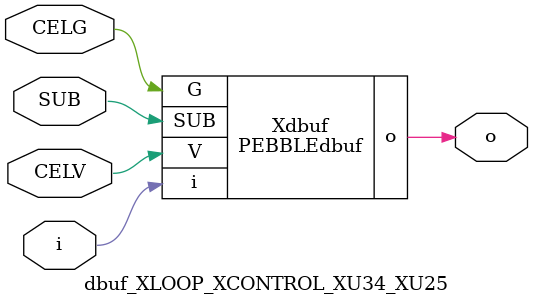
<source format=v>



module PEBBLEdbuf ( o, G, SUB, V, i );

  input V;
  input i;
  input G;
  output o;
  input SUB;
endmodule

//Celera Confidential Do Not Copy dbuf_XLOOP_XCONTROL_XU34_XU25
//Celera Confidential Symbol Generator
//Digital Buffer
module dbuf_XLOOP_XCONTROL_XU34_XU25 (CELV,CELG,i,o,SUB);
input CELV;
input CELG;
input i;
input SUB;
output o;

//Celera Confidential Do Not Copy dbuf
PEBBLEdbuf Xdbuf(
.V (CELV),
.i (i),
.o (o),
.SUB (SUB),
.G (CELG)
);
//,diesize,PEBBLEdbuf

//Celera Confidential Do Not Copy Module End
//Celera Schematic Generator
endmodule

</source>
